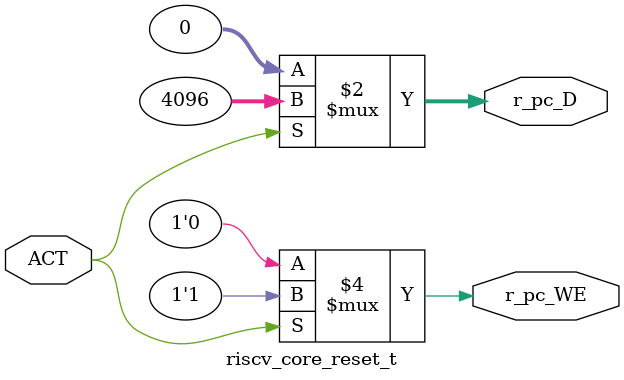
<source format=v>
/**
 *  Codasip s.r.o.
 * 
 *  CONFIDENTIAL
 * 
 *  Copyright 2024 Codasip s.r.o.
 * 
 *  All Rights Reserved.
 *  This file is part of the Codasip Studio product. No part of the Studio product, including this
 *  file, may be use, copied, modified, or distributed except in accordance with the terms contained
 *  in Codasip license agreement under which you obtained this file.
 * 
 *  \file
 *  \date    2024-03-30
 *  \author  Codasip (c) HW generator
 *  \version 9.4.2
 *  \brief   Contains module definition of the 'riscv_core_reset_t' functional unit.
 */

module riscv_core_reset_t(
    input  wire ACT,
    output wire [31:0] r_pc_D,
    output wire r_pc_WE
);
    // data-path code:
    // /home/project/riscv/model/ca/events/ca_main_reset.codal:34:9
    // r_pc.write((int32)(0x1000));
    assign r_pc_D = (ACT == 1'b1) ? 32'h00001000 : 32'h00000000;
    // /home/project/riscv/model/ca/events/ca_main_reset.codal:34:9
    // r_pc.write((int32)(0x1000));
    assign r_pc_WE = (ACT == 1'b1) ? 1'b1 : 1'b0;
endmodule // riscv_core_reset_t

</source>
